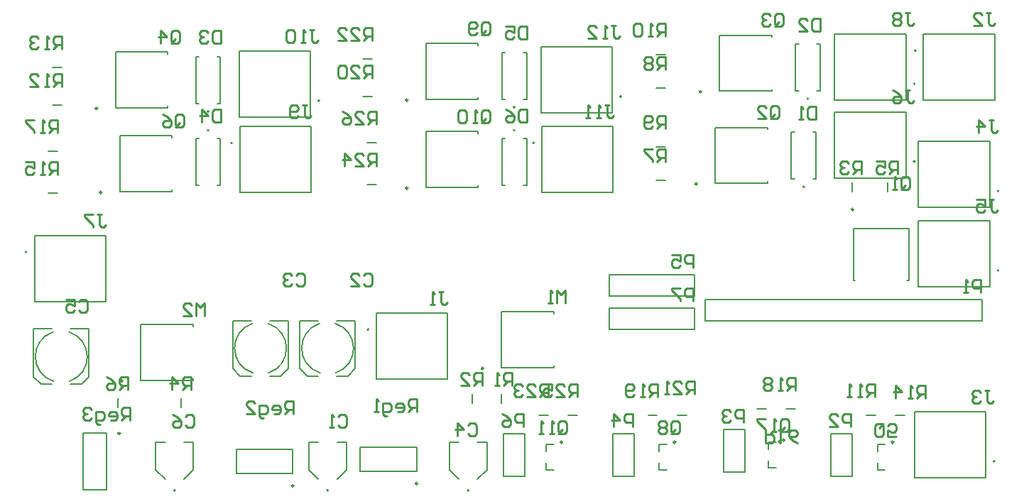
<source format=gto>
G04*
G04 #@! TF.GenerationSoftware,Altium Limited,Altium Designer,18.0.9 (584)*
G04*
G04 Layer_Color=65535*
%FSLAX25Y25*%
%MOIN*%
G70*
G01*
G75*
%ADD10C,0.00984*%
%ADD11C,0.00787*%
%ADD12C,0.00800*%
%ADD13C,0.00945*%
%ADD14C,0.00500*%
%ADD15C,0.01000*%
D10*
X366142Y41535D02*
G03*
X366142Y41535I492J0D01*
G01*
X193799Y21063D02*
G03*
X193799Y21063I492J0D01*
G01*
X417323Y40551D02*
G03*
X417323Y40551I492J0D01*
G01*
X261811D02*
G03*
X261811Y40551I492J0D01*
G01*
X314961D02*
G03*
X314961Y40551I492J0D01*
G01*
X54232Y44685D02*
G03*
X54232Y44685I492J0D01*
G01*
X135728Y20079D02*
G03*
X135728Y20079I492J0D01*
G01*
D11*
X377559Y201752D02*
G03*
X377559Y201752I394J0D01*
G01*
X248819Y181024D02*
G03*
X248819Y181024I394J0D01*
G01*
X289764Y202835D02*
G03*
X289764Y202835I394J0D01*
G01*
X148031Y200866D02*
G03*
X148031Y200866I394J0D01*
G01*
X107087Y181024D02*
G03*
X107087Y181024I394J0D01*
G01*
X427559Y208740D02*
G03*
X427559Y208740I394J0D01*
G01*
X10630Y129842D02*
G03*
X10630Y129842I394J0D01*
G01*
X427559Y172323D02*
G03*
X427559Y172323I394J0D01*
G01*
X466929Y121142D02*
G03*
X466929Y121142I394J0D01*
G01*
Y158543D02*
G03*
X466929Y158543I394J0D01*
G01*
X464961Y31575D02*
G03*
X464961Y31575I394J0D01*
G01*
X427953Y224331D02*
G03*
X427953Y224331I394J0D01*
G01*
X171063Y93425D02*
G03*
X171063Y93425I394J0D01*
G01*
X80315Y17913D02*
G03*
X80315Y17913I394J0D01*
G01*
X218110D02*
G03*
X218110Y17913I394J0D01*
G01*
X152165D02*
G03*
X152165Y17913I394J0D01*
G01*
X375590Y160413D02*
G03*
X375590Y160413I394J0D01*
G01*
X239764Y187028D02*
G03*
X239764Y187028I394J0D01*
G01*
X239764Y197815D02*
G03*
X239764Y197815I394J0D01*
G01*
X96063Y187028D02*
G03*
X96063Y187028I394J0D01*
G01*
X96063Y195846D02*
G03*
X96063Y195846I394J0D01*
G01*
X362992Y40354D02*
X359449D01*
Y37205D02*
Y40354D01*
X362992Y28543D02*
X359449D01*
Y31693D01*
X167913Y26969D02*
Y37992D01*
X194291Y26969D02*
Y37992D01*
X167913D01*
X194291Y26969D02*
X167913D01*
X358465Y56102D02*
X354134D01*
X321063Y53150D02*
X316732D01*
X423425D02*
X419095D01*
X414173Y39370D02*
X410630D01*
Y36220D02*
Y39370D01*
X414173Y27559D02*
X410630D01*
Y30709D01*
X324882Y93425D02*
Y103425D01*
X284882D01*
X324882Y93425D02*
X284882D01*
Y103425D01*
X324882Y109173D02*
Y119173D01*
X284882D01*
X324882Y109173D02*
X284882D01*
Y119173D01*
X459646Y97362D02*
Y107362D01*
X329646D01*
Y97362D02*
Y107362D01*
X337146Y97362D02*
X329646D01*
X459646D02*
X337146D01*
X245158Y44528D02*
X235157D01*
Y24528D02*
Y44528D01*
X245158Y24528D02*
X235157D01*
X245158D02*
Y44528D01*
X296339D02*
X286339D01*
Y24528D02*
Y44528D01*
X296339Y24528D02*
X286339D01*
X296339D02*
Y44528D01*
X348504Y46496D02*
X338504D01*
Y26496D02*
Y46496D01*
X348504Y26496D02*
X338504D01*
X348504D02*
Y46496D01*
X398701Y44528D02*
X388701D01*
Y24528D02*
Y44528D01*
X398701Y24528D02*
X388701D01*
X398701D02*
Y44528D01*
X311221Y179134D02*
X306890D01*
X311221Y163386D02*
X306890D01*
X256102Y53150D02*
X251772D01*
X307283D02*
X302953D01*
X409646D02*
X405315D01*
X258661Y39370D02*
X255118D01*
Y36220D02*
Y39370D01*
X258661Y27559D02*
X255118D01*
Y30709D01*
X311811Y39370D02*
X308268D01*
Y36220D02*
Y39370D01*
X311811Y27559D02*
X308268D01*
Y30709D01*
X415354Y158268D02*
Y162598D01*
X398622Y158268D02*
Y162598D01*
X269882Y53150D02*
X265551D01*
X372244Y56102D02*
X367913D01*
X220472Y58858D02*
Y63189D01*
X175394Y181102D02*
X171063D01*
X173425Y220472D02*
X169095D01*
X234252Y58858D02*
Y63189D01*
X175394Y161417D02*
X171063D01*
X173425Y202756D02*
X169095D01*
X25787Y177165D02*
X21457D01*
X27756Y216535D02*
X23425D01*
X54134Y56890D02*
Y61221D01*
X311221Y222441D02*
X306890D01*
X25787Y157480D02*
X21457D01*
X27756Y198819D02*
X23425D01*
X311221Y206693D02*
X306890D01*
X83661Y56890D02*
Y61221D01*
X48819Y18307D02*
Y44685D01*
X37795Y18307D02*
Y44685D01*
X48819D02*
X37795D01*
X48819Y18307D02*
X37795D01*
X136221Y25984D02*
X109843D01*
X136221Y37008D02*
X109843D01*
X136221Y25984D02*
Y37008D01*
X109843Y25984D02*
Y37008D01*
D12*
X31320Y69101D02*
G03*
X31118Y92318I-3761J11576D01*
G01*
X23798Y92316D02*
G03*
X24000Y69099I3761J-11576D01*
G01*
X124824Y73038D02*
G03*
X124622Y96255I-3761J11576D01*
G01*
X117302Y96253D02*
G03*
X117504Y73036I3761J-11576D01*
G01*
X156321Y73038D02*
G03*
X156118Y96255I-3761J11576D01*
G01*
X148798Y96253D02*
G03*
X149000Y73036I3761J-11576D01*
G01*
X40551Y71260D02*
Y93701D01*
X31890D01*
X23228D02*
X14567D01*
Y71260D02*
Y93701D01*
X23228Y67716D02*
X18110D01*
X37008D02*
X31890D01*
X40551Y71260D02*
X37008Y67716D01*
X18110D02*
X14567Y71260D01*
X134055Y75197D02*
Y97638D01*
X125394D01*
X116732D02*
X108071D01*
Y75197D02*
Y97638D01*
X116732Y71653D02*
X111614D01*
X130512D02*
X125394D01*
X134055Y75197D02*
X130512Y71653D01*
X111614D02*
X108071Y75197D01*
X165551D02*
Y97638D01*
X156890D01*
X148228D02*
X139567D01*
Y75197D02*
Y97638D01*
X148228Y71653D02*
X143110D01*
X162008D02*
X156890D01*
X165551Y75197D02*
X162008Y71653D01*
X143110D02*
X139567Y75197D01*
D13*
X325118Y161811D02*
G03*
X325118Y161811I472J0D01*
G01*
X398543Y149803D02*
G03*
X398543Y149803I472J0D01*
G01*
X224724Y75197D02*
G03*
X224724Y75197I472J0D01*
G01*
X189291Y159843D02*
G03*
X189291Y159843I472J0D01*
G01*
Y201181D02*
G03*
X189291Y201181I472J0D01*
G01*
X45590Y157874D02*
G03*
X45590Y157874I472J0D01*
G01*
X43622Y197244D02*
G03*
X43622Y197244I472J0D01*
G01*
X327087Y205118D02*
G03*
X327087Y205118I472J0D01*
G01*
X55433Y69291D02*
G03*
X55433Y69291I472J0D01*
G01*
D14*
X383760Y205512D02*
X382283D01*
X383760D02*
Y227559D01*
X382283D01*
X373622D02*
X372146D01*
Y205512D02*
Y227559D01*
X373622Y205512D02*
X372146D01*
X286614Y188701D02*
X253150D01*
Y157756D02*
Y188701D01*
X286614Y157756D02*
X253150D01*
X286614D02*
Y188701D01*
X286221Y195158D02*
X252756D01*
X286221D02*
Y226102D01*
X252756D01*
Y195158D02*
Y226102D01*
X144488Y193189D02*
X111024D01*
X144488D02*
Y224134D01*
X111024D01*
Y193189D02*
Y224134D01*
X144882Y188701D02*
X111417D01*
Y157756D02*
Y188701D01*
X144882Y157756D02*
X111417D01*
X144882D02*
Y188701D01*
X424016Y201063D02*
X390551D01*
X424016D02*
Y232008D01*
X390551D01*
Y201063D02*
Y232008D01*
X48425Y137520D02*
X14961D01*
Y106575D02*
Y137520D01*
X48425Y106575D02*
X14961D01*
X48425D02*
Y137520D01*
X424016Y164646D02*
X390551D01*
X424016D02*
Y195590D01*
X390551D01*
Y164646D02*
Y195590D01*
X463386Y113465D02*
X429921D01*
X463386D02*
Y144409D01*
X429921D01*
Y113465D02*
Y144409D01*
X463386Y150866D02*
X429921D01*
X463386D02*
Y181811D01*
X429921D01*
Y150866D02*
Y181811D01*
X461417Y23898D02*
X427953D01*
X461417D02*
Y54843D01*
X427953D01*
Y23898D02*
Y54843D01*
X465748Y232008D02*
X432283D01*
Y201063D02*
Y232008D01*
X465748Y201063D02*
X432283D01*
X465748D02*
Y232008D01*
X208858Y101102D02*
X175394D01*
Y70157D02*
Y101102D01*
X208858Y70157D02*
X175394D01*
X208858D02*
Y101102D01*
X89567Y27559D02*
X85118Y23110D01*
X89567Y27559D02*
Y40354D01*
X85118D01*
X71850Y27559D02*
Y40354D01*
X76299Y23110D02*
X71850Y27559D01*
X76299Y40354D02*
X71850D01*
X227362Y27559D02*
X222913Y23110D01*
X227362Y27559D02*
Y40354D01*
X222913D01*
X209646Y27559D02*
Y40354D01*
X214094Y23110D02*
X209646Y27559D01*
X214094Y40354D02*
X209646D01*
X161417Y27559D02*
X156968Y23110D01*
X161417Y27559D02*
Y40354D01*
X156968D01*
X143701Y27559D02*
Y40354D01*
X148150Y23110D02*
X143701Y27559D01*
X148150Y40354D02*
X143701D01*
X359055Y162087D02*
Y162992D01*
Y162087D02*
X334567D01*
Y188307D01*
X359055D02*
X334567D01*
X359055Y187402D02*
Y188307D01*
X400197Y116339D02*
X399291D01*
Y140827D01*
X425512D02*
X399291D01*
X425512Y116339D02*
Y140827D01*
Y116339D02*
X424606D01*
X381791Y164173D02*
X380315D01*
X381791D02*
Y186221D01*
X380315D01*
X371654D02*
X370177D01*
Y164173D02*
Y186221D01*
X371654Y164173D02*
X370177D01*
X258661Y75472D02*
Y76378D01*
Y75472D02*
X234173D01*
Y101693D01*
X258661D02*
X234173D01*
X258661Y100787D02*
Y101693D01*
X223228Y160118D02*
Y161024D01*
Y160118D02*
X198740D01*
Y186339D01*
X223228D02*
X198740D01*
X223228Y185433D02*
Y186339D01*
Y201457D02*
Y202362D01*
Y201457D02*
X198740D01*
Y227677D01*
X223228D02*
X198740D01*
X223228Y226772D02*
Y227677D01*
X79527Y158150D02*
Y159055D01*
Y158150D02*
X55039D01*
Y184370D01*
X79527D02*
X55039D01*
X79527Y183465D02*
Y184370D01*
X77559Y197520D02*
Y198425D01*
Y197520D02*
X53071D01*
Y223740D01*
X77559D02*
X53071D01*
X77559Y222835D02*
Y223740D01*
X361024Y205394D02*
Y206299D01*
Y205394D02*
X336535D01*
Y231614D01*
X361024D02*
X336535D01*
X361024Y230709D02*
Y231614D01*
X89370Y69567D02*
Y70473D01*
Y69567D02*
X64882D01*
Y95787D01*
X89370D02*
X64882D01*
X89370Y94882D02*
Y95787D01*
X235827Y183268D02*
X234350D01*
Y161221D02*
Y183268D01*
X235827Y161221D02*
X234350D01*
X245965D02*
X244488D01*
X245965D02*
Y183268D01*
X244488D01*
X245965Y201575D02*
X244488D01*
X245965D02*
Y223622D01*
X244488D01*
X235827D02*
X234350D01*
Y201575D02*
Y223622D01*
X235827Y201575D02*
X234350D01*
X92126Y183268D02*
X90650D01*
Y161221D02*
Y183268D01*
X92126Y161221D02*
X90650D01*
X102264D02*
X100787D01*
X102264D02*
Y183268D01*
X100787D01*
X102264Y199606D02*
X100787D01*
X102264D02*
Y221654D01*
X100787D01*
X92126D02*
X90650D01*
Y199606D02*
Y221654D01*
X92126Y199606D02*
X90650D01*
D15*
X365042Y46500D02*
Y50498D01*
X366042Y51498D01*
X368041D01*
X369041Y50498D01*
Y46500D01*
X368041Y45500D01*
X366042D01*
X367042Y47499D02*
X365042Y45500D01*
X366042D02*
X365042Y46500D01*
X363043Y45500D02*
X361044D01*
X362043D01*
Y51498D01*
X363043Y50498D01*
X358045Y51498D02*
X354046D01*
Y50498D01*
X358045Y46500D01*
Y45500D01*
X383798Y239587D02*
Y233589D01*
X380799D01*
X379800Y234589D01*
Y238587D01*
X380799Y239587D01*
X383798D01*
X373802Y233589D02*
X377800D01*
X373802Y237588D01*
Y238587D01*
X374801Y239587D01*
X376801D01*
X377800Y238587D01*
X285927Y236172D02*
X287927D01*
X286927D01*
Y231174D01*
X287927Y230174D01*
X288926D01*
X289926Y231174D01*
X283928Y230174D02*
X281929D01*
X282928D01*
Y236172D01*
X283928Y235172D01*
X274931Y230174D02*
X278929D01*
X274931Y234173D01*
Y235172D01*
X275931Y236172D01*
X277930D01*
X278929Y235172D01*
X282659Y198820D02*
X284658D01*
X283658D01*
Y193822D01*
X284658Y192822D01*
X285658D01*
X286658Y193822D01*
X280659Y192822D02*
X278660D01*
X279660D01*
Y198820D01*
X280659Y197820D01*
X275661Y192822D02*
X273662D01*
X274661D01*
Y198820D01*
X275661Y197820D01*
X59657Y50846D02*
Y56844D01*
X56658D01*
X55658Y55844D01*
Y53845D01*
X56658Y52845D01*
X59657D01*
X57658D02*
X55658Y50846D01*
X50660D02*
X52659D01*
X53659Y51846D01*
Y53845D01*
X52659Y54845D01*
X50660D01*
X49660Y53845D01*
Y52845D01*
X53659D01*
X45662Y48847D02*
X44662D01*
X43662Y49846D01*
Y54845D01*
X46661D01*
X47661Y53845D01*
Y51846D01*
X46661Y50846D01*
X43662D01*
X41663Y55844D02*
X40663Y56844D01*
X38664D01*
X37664Y55844D01*
Y54845D01*
X38664Y53845D01*
X39663D01*
X38664D01*
X37664Y52845D01*
Y51846D01*
X38664Y50846D01*
X40663D01*
X41663Y51846D01*
X136420Y53806D02*
Y59804D01*
X133421D01*
X132421Y58804D01*
Y56805D01*
X133421Y55805D01*
X136420D01*
X134420D02*
X132421Y53806D01*
X127423D02*
X129422D01*
X130422Y54805D01*
Y56805D01*
X129422Y57804D01*
X127423D01*
X126423Y56805D01*
Y55805D01*
X130422D01*
X122424Y51806D02*
X121424D01*
X120425Y52806D01*
Y57804D01*
X123424D01*
X124424Y56805D01*
Y54805D01*
X123424Y53806D01*
X120425D01*
X114427D02*
X118426D01*
X114427Y57804D01*
Y58804D01*
X115427Y59804D01*
X117426D01*
X118426Y58804D01*
X194498Y54837D02*
Y60835D01*
X191499D01*
X190500Y59835D01*
Y57836D01*
X191499Y56836D01*
X194498D01*
X192499D02*
X190500Y54837D01*
X185501D02*
X187501D01*
X188500Y55837D01*
Y57836D01*
X187501Y58836D01*
X185501D01*
X184502Y57836D01*
Y56836D01*
X188500D01*
X180503Y52838D02*
X179503D01*
X178504Y53837D01*
Y58836D01*
X181503D01*
X182502Y57836D01*
Y55837D01*
X181503Y54837D01*
X178504D01*
X176504D02*
X174505D01*
X175505D01*
Y60835D01*
X176504Y59835D01*
X175334Y189790D02*
Y195789D01*
X172335D01*
X171335Y194789D01*
Y192790D01*
X172335Y191790D01*
X175334D01*
X173335D02*
X171335Y189790D01*
X165337D02*
X169336D01*
X165337Y193789D01*
Y194789D01*
X166337Y195789D01*
X168336D01*
X169336Y194789D01*
X159339Y195789D02*
X161338Y194789D01*
X163338Y192790D01*
Y190790D01*
X162338Y189790D01*
X160339D01*
X159339Y190790D01*
Y191790D01*
X160339Y192790D01*
X163338D01*
X269904Y61837D02*
Y67835D01*
X266905D01*
X265905Y66835D01*
Y64836D01*
X266905Y63836D01*
X269904D01*
X267905D02*
X265905Y61837D01*
X259907D02*
X263906D01*
X259907Y65836D01*
Y66835D01*
X260907Y67835D01*
X262906D01*
X263906Y66835D01*
X253909Y67835D02*
X257908D01*
Y64836D01*
X255908Y65836D01*
X254909D01*
X253909Y64836D01*
Y62837D01*
X254909Y61837D01*
X256908D01*
X257908Y62837D01*
X175378Y170167D02*
Y176165D01*
X172379D01*
X171380Y175166D01*
Y173166D01*
X172379Y172167D01*
X175378D01*
X173379D02*
X171380Y170167D01*
X165382D02*
X169380D01*
X165382Y174166D01*
Y175166D01*
X166381Y176165D01*
X168381D01*
X169380Y175166D01*
X160383Y170167D02*
Y176165D01*
X163382Y173166D01*
X159383D01*
X256104Y61837D02*
Y67835D01*
X253105D01*
X252105Y66835D01*
Y64836D01*
X253105Y63836D01*
X256104D01*
X254105D02*
X252105Y61837D01*
X246107D02*
X250106D01*
X246107Y65836D01*
Y66835D01*
X247107Y67835D01*
X249106D01*
X250106Y66835D01*
X244108D02*
X243108Y67835D01*
X241109D01*
X240109Y66835D01*
Y65836D01*
X241109Y64836D01*
X242108D01*
X241109D01*
X240109Y63836D01*
Y62837D01*
X241109Y61837D01*
X243108D01*
X244108Y62837D01*
X173439Y229222D02*
Y235220D01*
X170440D01*
X169441Y234220D01*
Y232221D01*
X170440Y231221D01*
X173439D01*
X171440D02*
X169441Y229222D01*
X163443D02*
X167441D01*
X163443Y233221D01*
Y234220D01*
X164442Y235220D01*
X166442D01*
X167441Y234220D01*
X157445Y229222D02*
X161443D01*
X157445Y233221D01*
Y234220D01*
X158444Y235220D01*
X160444D01*
X161443Y234220D01*
X324803Y62992D02*
Y68990D01*
X321804D01*
X320804Y67990D01*
Y65991D01*
X321804Y64991D01*
X324803D01*
X322804D02*
X320804Y62992D01*
X314806D02*
X318805D01*
X314806Y66991D01*
Y67990D01*
X315806Y68990D01*
X317805D01*
X318805Y67990D01*
X312807Y62992D02*
X310808D01*
X311807D01*
Y68990D01*
X312807Y67990D01*
X173410Y211506D02*
Y217504D01*
X170411D01*
X169411Y216504D01*
Y214505D01*
X170411Y213505D01*
X173410D01*
X171411D02*
X169411Y211506D01*
X163413D02*
X167412D01*
X163413Y215505D01*
Y216504D01*
X164413Y217504D01*
X166412D01*
X167412Y216504D01*
X161414D02*
X160414Y217504D01*
X158415D01*
X157415Y216504D01*
Y212506D01*
X158415Y211506D01*
X160414D01*
X161414Y212506D01*
Y216504D01*
X307304Y61837D02*
Y67835D01*
X304305D01*
X303305Y66835D01*
Y64836D01*
X304305Y63836D01*
X307304D01*
X305305D02*
X303305Y61837D01*
X301306D02*
X299307D01*
X300306D01*
Y67835D01*
X301306Y66835D01*
X296307Y62837D02*
X295308Y61837D01*
X293308D01*
X292309Y62837D01*
Y66835D01*
X293308Y67835D01*
X295308D01*
X296307Y66835D01*
Y65836D01*
X295308Y64836D01*
X292309D01*
X372241Y64853D02*
Y70851D01*
X369242D01*
X368242Y69851D01*
Y67852D01*
X369242Y66852D01*
X372241D01*
X370242D02*
X368242Y64853D01*
X366243D02*
X364244D01*
X365243D01*
Y70851D01*
X366243Y69851D01*
X361245D02*
X360245Y70851D01*
X358245D01*
X357246Y69851D01*
Y68852D01*
X358245Y67852D01*
X357246Y66852D01*
Y65852D01*
X358245Y64853D01*
X360245D01*
X361245Y65852D01*
Y66852D01*
X360245Y67852D01*
X361245Y68852D01*
Y69851D01*
X360245Y67852D02*
X358245D01*
X25809Y185889D02*
Y191887D01*
X22810D01*
X21810Y190887D01*
Y188888D01*
X22810Y187888D01*
X25809D01*
X23809D02*
X21810Y185889D01*
X19811D02*
X17811D01*
X18811D01*
Y191887D01*
X19811Y190887D01*
X14812Y191887D02*
X10813D01*
Y190887D01*
X14812Y186889D01*
Y185889D01*
X358268Y46260D02*
Y40262D01*
X361267D01*
X362266Y41262D01*
Y43261D01*
X361267Y44260D01*
X358268D01*
X360267D02*
X362266Y46260D01*
X364266D02*
X366265D01*
X365265D01*
Y40262D01*
X364266Y41262D01*
X373263Y40262D02*
X371264Y41262D01*
X369264Y43261D01*
Y45260D01*
X370264Y46260D01*
X372263D01*
X373263Y45260D01*
Y44260D01*
X372263Y43261D01*
X369264D01*
X25729Y166178D02*
Y172176D01*
X22730D01*
X21730Y171176D01*
Y169177D01*
X22730Y168177D01*
X25729D01*
X23730D02*
X21730Y166178D01*
X19731D02*
X17732D01*
X18731D01*
Y172176D01*
X19731Y171176D01*
X10734Y172176D02*
X14733D01*
Y169177D01*
X12733Y170177D01*
X11734D01*
X10734Y169177D01*
Y167178D01*
X11734Y166178D01*
X13733D01*
X14733Y167178D01*
X433071Y61024D02*
Y67022D01*
X430072D01*
X429072Y66022D01*
Y64023D01*
X430072Y63023D01*
X433071D01*
X431072D02*
X429072Y61024D01*
X427073D02*
X425073D01*
X426073D01*
Y67022D01*
X427073Y66022D01*
X419075Y61024D02*
Y67022D01*
X422074Y64023D01*
X418076D01*
X27719Y225198D02*
Y231196D01*
X24720D01*
X23720Y230196D01*
Y228197D01*
X24720Y227197D01*
X27719D01*
X25719D02*
X23720Y225198D01*
X21721D02*
X19722D01*
X20721D01*
Y231196D01*
X21721Y230196D01*
X16722D02*
X15723Y231196D01*
X13723D01*
X12724Y230196D01*
Y229196D01*
X13723Y228197D01*
X14723D01*
X13723D01*
X12724Y227197D01*
Y226197D01*
X13723Y225198D01*
X15723D01*
X16722Y226197D01*
X27740Y207569D02*
Y213567D01*
X24742D01*
X23742Y212567D01*
Y210568D01*
X24742Y209568D01*
X27740D01*
X25741D02*
X23742Y207569D01*
X21743D02*
X19743D01*
X20743D01*
Y213567D01*
X21743Y212567D01*
X12745Y207569D02*
X16744D01*
X12745Y211568D01*
Y212567D01*
X13745Y213567D01*
X15744D01*
X16744Y212567D01*
X409580Y61850D02*
Y67848D01*
X406581D01*
X405582Y66848D01*
Y64849D01*
X406581Y63849D01*
X409580D01*
X407581D02*
X405582Y61850D01*
X403582D02*
X401583D01*
X402583D01*
Y67848D01*
X403582Y66848D01*
X398584Y61850D02*
X396585D01*
X397584D01*
Y67848D01*
X398584Y66848D01*
X311167Y231126D02*
Y237124D01*
X308168D01*
X307168Y236124D01*
Y234125D01*
X308168Y233125D01*
X311167D01*
X309168D02*
X307168Y231126D01*
X305169D02*
X303169D01*
X304169D01*
Y237124D01*
X305169Y236124D01*
X300170D02*
X299171Y237124D01*
X297171D01*
X296172Y236124D01*
Y232126D01*
X297171Y231126D01*
X299171D01*
X300170Y232126D01*
Y236124D01*
X311210Y187820D02*
Y193818D01*
X308210D01*
X307211Y192819D01*
Y190820D01*
X308210Y189820D01*
X311210D01*
X309210D02*
X307211Y187820D01*
X305211Y188820D02*
X304212Y187820D01*
X302212D01*
X301213Y188820D01*
Y192819D01*
X302212Y193818D01*
X304212D01*
X305211Y192819D01*
Y191819D01*
X304212Y190820D01*
X301213D01*
X311215Y215421D02*
Y221418D01*
X308216D01*
X307216Y220419D01*
Y218420D01*
X308216Y217420D01*
X311215D01*
X309216D02*
X307216Y215421D01*
X305217Y220419D02*
X304217Y221418D01*
X302218D01*
X301218Y220419D01*
Y219419D01*
X302218Y218420D01*
X301218Y217420D01*
Y216420D01*
X302218Y215421D01*
X304217D01*
X305217Y216420D01*
Y217420D01*
X304217Y218420D01*
X305217Y219419D01*
Y220419D01*
X304217Y218420D02*
X302218D01*
X311172Y172052D02*
Y178050D01*
X308173D01*
X307174Y177050D01*
Y175051D01*
X308173Y174051D01*
X311172D01*
X309173D02*
X307174Y172052D01*
X305174Y178050D02*
X301176D01*
Y177050D01*
X305174Y173052D01*
Y172052D01*
X58809Y65228D02*
Y71226D01*
X55810D01*
X54810Y70227D01*
Y68227D01*
X55810Y67228D01*
X58809D01*
X56809D02*
X54810Y65228D01*
X48812Y71226D02*
X50811Y70227D01*
X52811Y68227D01*
Y66228D01*
X51811Y65228D01*
X49812D01*
X48812Y66228D01*
Y67228D01*
X49812Y68227D01*
X52811D01*
X420065Y166588D02*
Y172586D01*
X417066D01*
X416067Y171587D01*
Y169587D01*
X417066Y168588D01*
X420065D01*
X418066D02*
X416067Y166588D01*
X410069Y172586D02*
X414067D01*
Y169587D01*
X412068Y170587D01*
X411068D01*
X410069Y169587D01*
Y167588D01*
X411068Y166588D01*
X413068D01*
X414067Y167588D01*
X88411Y65205D02*
Y71203D01*
X85412D01*
X84413Y70204D01*
Y68204D01*
X85412Y67204D01*
X88411D01*
X86412D02*
X84413Y65205D01*
X79414D02*
Y71203D01*
X82413Y68204D01*
X78415D01*
X403281Y166588D02*
Y172586D01*
X400282D01*
X399282Y171587D01*
Y169587D01*
X400282Y168588D01*
X403281D01*
X401282D02*
X399282Y166588D01*
X397283Y171587D02*
X396283Y172586D01*
X394284D01*
X393284Y171587D01*
Y170587D01*
X394284Y169587D01*
X395284D01*
X394284D01*
X393284Y168588D01*
Y167588D01*
X394284Y166588D01*
X396283D01*
X397283Y167588D01*
X225141Y67137D02*
Y73135D01*
X222142D01*
X221142Y72135D01*
Y70136D01*
X222142Y69136D01*
X225141D01*
X223142D02*
X221142Y67137D01*
X215144D02*
X219143D01*
X215144Y71136D01*
Y72135D01*
X216144Y73135D01*
X218143D01*
X219143Y72135D01*
X239002Y67174D02*
Y73172D01*
X236003D01*
X235003Y72172D01*
Y70173D01*
X236003Y69173D01*
X239002D01*
X237003D02*
X235003Y67174D01*
X233004D02*
X231005D01*
X232004D01*
Y73172D01*
X233004Y72172D01*
X260774Y45500D02*
Y49498D01*
X261773Y50498D01*
X263773D01*
X264772Y49498D01*
Y45500D01*
X263773Y44500D01*
X261773D01*
X262773Y46499D02*
X260774Y44500D01*
X261773D02*
X260774Y45500D01*
X258774Y44500D02*
X256775D01*
X257775D01*
Y50498D01*
X258774Y49498D01*
X253776Y44500D02*
X251777D01*
X252776D01*
Y50498D01*
X253776Y49498D01*
X224867Y191375D02*
Y195374D01*
X225866Y196374D01*
X227866D01*
X228865Y195374D01*
Y191375D01*
X227866Y190376D01*
X225866D01*
X226866Y192375D02*
X224867Y190376D01*
X225866D02*
X224867Y191375D01*
X222867Y190376D02*
X220868D01*
X221868D01*
Y196374D01*
X222867Y195374D01*
X217869D02*
X216869Y196374D01*
X214870D01*
X213870Y195374D01*
Y191375D01*
X214870Y190376D01*
X216869D01*
X217869Y191375D01*
Y195374D01*
X224841Y232770D02*
Y236768D01*
X225840Y237768D01*
X227840D01*
X228839Y236768D01*
Y232770D01*
X227840Y231770D01*
X225840D01*
X226840Y233769D02*
X224841Y231770D01*
X225840D02*
X224841Y232770D01*
X222841D02*
X221842Y231770D01*
X219842D01*
X218843Y232770D01*
Y236768D01*
X219842Y237768D01*
X221842D01*
X222841Y236768D01*
Y235769D01*
X221842Y234769D01*
X218843D01*
X313942Y45500D02*
Y49498D01*
X314942Y50498D01*
X316941D01*
X317941Y49498D01*
Y45500D01*
X316941Y44500D01*
X314942D01*
X315942Y46499D02*
X313942Y44500D01*
X314942D02*
X313942Y45500D01*
X311943Y49498D02*
X310943Y50498D01*
X308944D01*
X307944Y49498D01*
Y48499D01*
X308944Y47499D01*
X307944Y46499D01*
Y45500D01*
X308944Y44500D01*
X310943D01*
X311943Y45500D01*
Y46499D01*
X310943Y47499D01*
X311943Y48499D01*
Y49498D01*
X310943Y47499D02*
X308944D01*
X81154Y189443D02*
Y193442D01*
X82154Y194441D01*
X84153D01*
X85153Y193442D01*
Y189443D01*
X84153Y188443D01*
X82154D01*
X83153Y190443D02*
X81154Y188443D01*
X82154D02*
X81154Y189443D01*
X75156Y194441D02*
X77155Y193442D01*
X79155Y191442D01*
Y189443D01*
X78155Y188443D01*
X76156D01*
X75156Y189443D01*
Y190443D01*
X76156Y191442D01*
X79155D01*
X413448Y48213D02*
Y44214D01*
X412448Y43214D01*
X410449D01*
X409449Y44214D01*
Y48213D01*
X410449Y49213D01*
X412448D01*
X411448Y47213D02*
X413448Y49213D01*
X412448D02*
X413448Y48213D01*
X419446Y43214D02*
X415447D01*
Y46214D01*
X417446Y45214D01*
X418446D01*
X419446Y46214D01*
Y48213D01*
X418446Y49213D01*
X416447D01*
X415447Y48213D01*
X79145Y228834D02*
Y232833D01*
X80144Y233833D01*
X82144D01*
X83143Y232833D01*
Y228834D01*
X82144Y227835D01*
X80144D01*
X81144Y229834D02*
X79145Y227835D01*
X80144D02*
X79145Y228834D01*
X74146Y227835D02*
Y233833D01*
X77145Y230834D01*
X73146D01*
X362610Y236669D02*
Y240668D01*
X363610Y241667D01*
X365609D01*
X366609Y240668D01*
Y236669D01*
X365609Y235669D01*
X363610D01*
X364609Y237669D02*
X362610Y235669D01*
X363610D02*
X362610Y236669D01*
X360611Y240668D02*
X359611Y241667D01*
X357612D01*
X356612Y240668D01*
Y239668D01*
X357612Y238668D01*
X358611D01*
X357612D01*
X356612Y237669D01*
Y236669D01*
X357612Y235669D01*
X359611D01*
X360611Y236669D01*
X360605Y193420D02*
Y197419D01*
X361605Y198418D01*
X363604D01*
X364604Y197419D01*
Y193420D01*
X363604Y192420D01*
X361605D01*
X362605Y194420D02*
X360605Y192420D01*
X361605D02*
X360605Y193420D01*
X354607Y192420D02*
X358606D01*
X354607Y196419D01*
Y197419D01*
X355607Y198418D01*
X357606D01*
X358606Y197419D01*
X421619Y160025D02*
Y164024D01*
X422619Y165023D01*
X424618D01*
X425618Y164024D01*
Y160025D01*
X424618Y159025D01*
X422619D01*
X423619Y161025D02*
X421619Y159025D01*
X422619D02*
X421619Y160025D01*
X419620Y159025D02*
X417621D01*
X418620D01*
Y165023D01*
X419620Y164024D01*
X324255Y106869D02*
Y112867D01*
X321256D01*
X320256Y111867D01*
Y109868D01*
X321256Y108868D01*
X324255D01*
X318257Y112867D02*
X314258D01*
Y111867D01*
X318257Y107868D01*
Y106869D01*
X244504Y47937D02*
Y53935D01*
X241505D01*
X240505Y52935D01*
Y50936D01*
X241505Y49936D01*
X244504D01*
X234507Y53935D02*
X236507Y52935D01*
X238506Y50936D01*
Y48937D01*
X237506Y47937D01*
X235507D01*
X234507Y48937D01*
Y49936D01*
X235507Y50936D01*
X238506D01*
X324255Y122569D02*
Y128567D01*
X321256D01*
X320256Y127567D01*
Y125567D01*
X321256Y124568D01*
X324255D01*
X314258Y128567D02*
X318257D01*
Y125567D01*
X316258Y126567D01*
X315258D01*
X314258Y125567D01*
Y123568D01*
X315258Y122569D01*
X317257D01*
X318257Y123568D01*
X295704Y47937D02*
Y53935D01*
X292705D01*
X291705Y52935D01*
Y50936D01*
X292705Y49936D01*
X295704D01*
X286707Y47937D02*
Y53935D01*
X289706Y50936D01*
X285707D01*
X347941Y49842D02*
Y55840D01*
X344942D01*
X343942Y54840D01*
Y52841D01*
X344942Y51841D01*
X347941D01*
X341943Y54840D02*
X340943Y55840D01*
X338944D01*
X337944Y54840D01*
Y53840D01*
X338944Y52841D01*
X339944D01*
X338944D01*
X337944Y51841D01*
Y50841D01*
X338944Y49842D01*
X340943D01*
X341943Y50841D01*
X398104Y47937D02*
Y53935D01*
X395105D01*
X394105Y52935D01*
Y50936D01*
X395105Y49936D01*
X398104D01*
X388107Y47937D02*
X392106D01*
X388107Y51936D01*
Y52935D01*
X389107Y53935D01*
X391106D01*
X392106Y52935D01*
X459084Y110789D02*
Y116787D01*
X456085D01*
X455086Y115787D01*
Y113788D01*
X456085Y112788D01*
X459084D01*
X453086Y110789D02*
X451087D01*
X452086D01*
Y116787D01*
X453086Y115787D01*
X94915Y99831D02*
Y105830D01*
X92916Y103830D01*
X90916Y105830D01*
Y99831D01*
X84918D02*
X88917D01*
X84918Y103830D01*
Y104830D01*
X85918Y105830D01*
X87917D01*
X88917Y104830D01*
X264247Y105748D02*
Y111746D01*
X262247Y109747D01*
X260248Y111746D01*
Y105748D01*
X258248D02*
X256249D01*
X257249D01*
Y111746D01*
X258248Y110746D01*
X144178Y234196D02*
X146177D01*
X145177D01*
Y229197D01*
X146177Y228198D01*
X147177D01*
X148176Y229197D01*
X142178Y228198D02*
X140179D01*
X141179D01*
Y234196D01*
X142178Y233196D01*
X137180D02*
X136180Y234196D01*
X134181D01*
X133181Y233196D01*
Y229197D01*
X134181Y228198D01*
X136180D01*
X137180Y229197D01*
Y233196D01*
X140941Y198822D02*
X142940D01*
X141940D01*
Y193823D01*
X142940Y192824D01*
X143940D01*
X144939Y193823D01*
X138941D02*
X137942Y192824D01*
X135942D01*
X134943Y193823D01*
Y197822D01*
X135942Y198822D01*
X137942D01*
X138941Y197822D01*
Y196822D01*
X137942Y195823D01*
X134943D01*
X423742Y242050D02*
X425742D01*
X424742D01*
Y237052D01*
X425742Y236052D01*
X426741D01*
X427741Y237052D01*
X421743Y241050D02*
X420743Y242050D01*
X418744D01*
X417744Y241050D01*
Y240051D01*
X418744Y239051D01*
X417744Y238051D01*
Y237052D01*
X418744Y236052D01*
X420743D01*
X421743Y237052D01*
Y238051D01*
X420743Y239051D01*
X421743Y240051D01*
Y241050D01*
X420743Y239051D02*
X418744D01*
X44527Y147578D02*
X46527D01*
X45527D01*
Y142579D01*
X46527Y141579D01*
X47526D01*
X48526Y142579D01*
X42528Y147578D02*
X38529D01*
Y146578D01*
X42528Y142579D01*
Y141579D01*
X423748Y205677D02*
X425747D01*
X424747D01*
Y200678D01*
X425747Y199679D01*
X426747D01*
X427746Y200678D01*
X417750Y205677D02*
X419749Y204677D01*
X421748Y202678D01*
Y200678D01*
X420749Y199679D01*
X418749D01*
X417750Y200678D01*
Y201678D01*
X418749Y202678D01*
X421748D01*
X463104Y154529D02*
X465103D01*
X464103D01*
Y149530D01*
X465103Y148531D01*
X466103D01*
X467102Y149530D01*
X457106Y154529D02*
X461104D01*
Y151530D01*
X459105Y152529D01*
X458105D01*
X457106Y151530D01*
Y149530D01*
X458105Y148531D01*
X460105D01*
X461104Y149530D01*
X463104Y191929D02*
X465103D01*
X464103D01*
Y186930D01*
X465103Y185931D01*
X466103D01*
X467102Y186930D01*
X458105Y185931D02*
Y191929D01*
X461104Y188930D01*
X457106D01*
X461135Y64904D02*
X463134D01*
X462135D01*
Y59905D01*
X463134Y58906D01*
X464134D01*
X465134Y59905D01*
X459136Y63904D02*
X458136Y64904D01*
X456137D01*
X455137Y63904D01*
Y62904D01*
X456137Y61905D01*
X457136D01*
X456137D01*
X455137Y60905D01*
Y59905D01*
X456137Y58906D01*
X458136D01*
X459136Y59905D01*
X461837Y242050D02*
X463836D01*
X462836D01*
Y237052D01*
X463836Y236052D01*
X464836D01*
X465835Y237052D01*
X455839Y236052D02*
X459837D01*
X455839Y240051D01*
Y241050D01*
X456838Y242050D01*
X458838D01*
X459837Y241050D01*
X204950Y111188D02*
X206949D01*
X205950D01*
Y106189D01*
X206949Y105190D01*
X207949D01*
X208949Y106189D01*
X202951Y105190D02*
X200951D01*
X201951D01*
Y111188D01*
X202951Y110188D01*
X246041Y196782D02*
Y190784D01*
X243042D01*
X242042Y191784D01*
Y195783D01*
X243042Y196782D01*
X246041D01*
X236044D02*
X238043Y195783D01*
X240043Y193783D01*
Y191784D01*
X239043Y190784D01*
X237044D01*
X236044Y191784D01*
Y192784D01*
X237044Y193783D01*
X240043D01*
X246041Y235698D02*
Y229700D01*
X243042D01*
X242042Y230700D01*
Y234698D01*
X243042Y235698D01*
X246041D01*
X236044D02*
X240043D01*
Y232699D01*
X238043Y233699D01*
X237044D01*
X236044Y232699D01*
Y230700D01*
X237044Y229700D01*
X239043D01*
X240043Y230700D01*
X102341Y196851D02*
Y190853D01*
X99342D01*
X98342Y191852D01*
Y195851D01*
X99342Y196851D01*
X102341D01*
X93344Y190853D02*
Y196851D01*
X96343Y193852D01*
X92344D01*
X102341Y233698D02*
Y227700D01*
X99342D01*
X98342Y228700D01*
Y232698D01*
X99342Y233698D01*
X102341D01*
X96343Y232698D02*
X95343Y233698D01*
X93344D01*
X92344Y232698D01*
Y231699D01*
X93344Y230699D01*
X94344D01*
X93344D01*
X92344Y229699D01*
Y228700D01*
X93344Y227700D01*
X95343D01*
X96343Y228700D01*
X381834Y198245D02*
Y192247D01*
X378835D01*
X377835Y193246D01*
Y197245D01*
X378835Y198245D01*
X381834D01*
X375836Y192247D02*
X373837D01*
X374836D01*
Y198245D01*
X375836Y197245D01*
X85642Y52367D02*
X86642Y53367D01*
X88641D01*
X89641Y52367D01*
Y48368D01*
X88641Y47368D01*
X86642D01*
X85642Y48368D01*
X79644Y53367D02*
X81643Y52367D01*
X83643Y50367D01*
Y48368D01*
X82643Y47368D01*
X80644D01*
X79644Y48368D01*
Y49368D01*
X80644Y50367D01*
X83643D01*
X35937Y106593D02*
X36936Y107593D01*
X38936D01*
X39935Y106593D01*
Y102594D01*
X38936Y101594D01*
X36936D01*
X35937Y102594D01*
X29939Y107593D02*
X33937D01*
Y104594D01*
X31938Y105593D01*
X30938D01*
X29939Y104594D01*
Y102594D01*
X30938Y101594D01*
X32938D01*
X33937Y102594D01*
X218605Y48335D02*
X219605Y49335D01*
X221604D01*
X222604Y48335D01*
Y44337D01*
X221604Y43337D01*
X219605D01*
X218605Y44337D01*
X213607Y43337D02*
Y49335D01*
X216606Y46336D01*
X212607D01*
X137778Y118872D02*
X138778Y119872D01*
X140778D01*
X141777Y118872D01*
Y114874D01*
X140778Y113874D01*
X138778D01*
X137778Y114874D01*
X135779Y118872D02*
X134780Y119872D01*
X132780D01*
X131781Y118872D01*
Y117873D01*
X132780Y116873D01*
X133780D01*
X132780D01*
X131781Y115873D01*
Y114874D01*
X132780Y113874D01*
X134780D01*
X135779Y114874D01*
X169293Y118872D02*
X170293Y119872D01*
X172292D01*
X173292Y118872D01*
Y114874D01*
X172292Y113874D01*
X170293D01*
X169293Y114874D01*
X163295Y113874D02*
X167294D01*
X163295Y117873D01*
Y118872D01*
X164295Y119872D01*
X166295D01*
X167294Y118872D01*
X157521Y52383D02*
X158521Y53382D01*
X160520D01*
X161520Y52383D01*
Y48384D01*
X160520Y47384D01*
X158521D01*
X157521Y48384D01*
X155522Y47384D02*
X153522D01*
X154522D01*
Y53382D01*
X155522Y52383D01*
M02*

</source>
